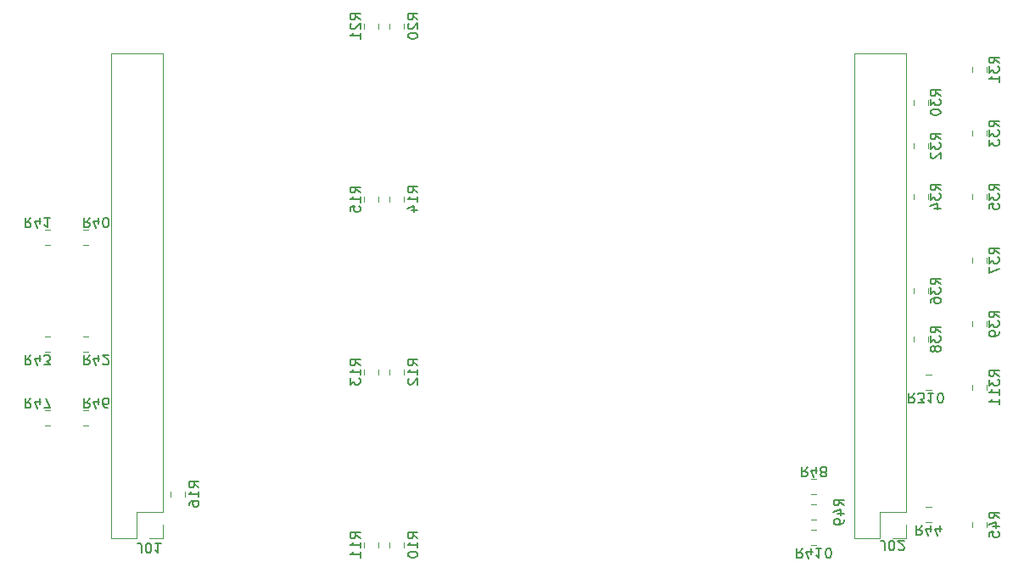
<source format=gbr>
%TF.GenerationSoftware,KiCad,Pcbnew,6.0.4-6f826c9f35~116~ubuntu21.10.1*%
%TF.CreationDate,2022-04-20T19:24:38+02:00*%
%TF.ProjectId,Interco_nucleo_4couches,496e7465-7263-46f5-9f6e-75636c656f5f,rev?*%
%TF.SameCoordinates,Original*%
%TF.FileFunction,Legend,Bot*%
%TF.FilePolarity,Positive*%
%FSLAX46Y46*%
G04 Gerber Fmt 4.6, Leading zero omitted, Abs format (unit mm)*
G04 Created by KiCad (PCBNEW 6.0.4-6f826c9f35~116~ubuntu21.10.1) date 2022-04-20 19:24:38*
%MOMM*%
%LPD*%
G01*
G04 APERTURE LIST*
%ADD10C,0.150000*%
%ADD11C,0.120000*%
G04 APERTURE END LIST*
D10*
%TO.C,R44*%
X124071142Y-113085619D02*
X123737809Y-113561809D01*
X123499714Y-113085619D02*
X123499714Y-114085619D01*
X123880666Y-114085619D01*
X123975904Y-114038000D01*
X124023523Y-113990380D01*
X124071142Y-113895142D01*
X124071142Y-113752285D01*
X124023523Y-113657047D01*
X123975904Y-113609428D01*
X123880666Y-113561809D01*
X123499714Y-113561809D01*
X124928285Y-113752285D02*
X124928285Y-113085619D01*
X124690190Y-114133238D02*
X124452095Y-113418952D01*
X125071142Y-113418952D01*
X125880666Y-113752285D02*
X125880666Y-113085619D01*
X125642571Y-114133238D02*
X125404476Y-113418952D01*
X126023523Y-113418952D01*
%TO.C,R33*%
X131770380Y-73271142D02*
X131294190Y-72937809D01*
X131770380Y-72699714D02*
X130770380Y-72699714D01*
X130770380Y-73080666D01*
X130818000Y-73175904D01*
X130865619Y-73223523D01*
X130960857Y-73271142D01*
X131103714Y-73271142D01*
X131198952Y-73223523D01*
X131246571Y-73175904D01*
X131294190Y-73080666D01*
X131294190Y-72699714D01*
X130770380Y-73604476D02*
X130770380Y-74223523D01*
X131151333Y-73890190D01*
X131151333Y-74033047D01*
X131198952Y-74128285D01*
X131246571Y-74175904D01*
X131341809Y-74223523D01*
X131579904Y-74223523D01*
X131675142Y-74175904D01*
X131722761Y-74128285D01*
X131770380Y-74033047D01*
X131770380Y-73747333D01*
X131722761Y-73652095D01*
X131675142Y-73604476D01*
X130770380Y-74556857D02*
X130770380Y-75175904D01*
X131151333Y-74842571D01*
X131151333Y-74985428D01*
X131198952Y-75080666D01*
X131246571Y-75128285D01*
X131341809Y-75175904D01*
X131579904Y-75175904D01*
X131675142Y-75128285D01*
X131722761Y-75080666D01*
X131770380Y-74985428D01*
X131770380Y-74699714D01*
X131722761Y-74604476D01*
X131675142Y-74556857D01*
%TO.C,R34*%
X125928380Y-79621142D02*
X125452190Y-79287809D01*
X125928380Y-79049714D02*
X124928380Y-79049714D01*
X124928380Y-79430666D01*
X124976000Y-79525904D01*
X125023619Y-79573523D01*
X125118857Y-79621142D01*
X125261714Y-79621142D01*
X125356952Y-79573523D01*
X125404571Y-79525904D01*
X125452190Y-79430666D01*
X125452190Y-79049714D01*
X124928380Y-79954476D02*
X124928380Y-80573523D01*
X125309333Y-80240190D01*
X125309333Y-80383047D01*
X125356952Y-80478285D01*
X125404571Y-80525904D01*
X125499809Y-80573523D01*
X125737904Y-80573523D01*
X125833142Y-80525904D01*
X125880761Y-80478285D01*
X125928380Y-80383047D01*
X125928380Y-80097333D01*
X125880761Y-80002095D01*
X125833142Y-79954476D01*
X125261714Y-81430666D02*
X125928380Y-81430666D01*
X124880761Y-81192571D02*
X125595047Y-80954476D01*
X125595047Y-81573523D01*
%TO.C,R32*%
X125928380Y-74541142D02*
X125452190Y-74207809D01*
X125928380Y-73969714D02*
X124928380Y-73969714D01*
X124928380Y-74350666D01*
X124976000Y-74445904D01*
X125023619Y-74493523D01*
X125118857Y-74541142D01*
X125261714Y-74541142D01*
X125356952Y-74493523D01*
X125404571Y-74445904D01*
X125452190Y-74350666D01*
X125452190Y-73969714D01*
X124928380Y-74874476D02*
X124928380Y-75493523D01*
X125309333Y-75160190D01*
X125309333Y-75303047D01*
X125356952Y-75398285D01*
X125404571Y-75445904D01*
X125499809Y-75493523D01*
X125737904Y-75493523D01*
X125833142Y-75445904D01*
X125880761Y-75398285D01*
X125928380Y-75303047D01*
X125928380Y-75017333D01*
X125880761Y-74922095D01*
X125833142Y-74874476D01*
X125023619Y-75874476D02*
X124976000Y-75922095D01*
X124928380Y-76017333D01*
X124928380Y-76255428D01*
X124976000Y-76350666D01*
X125023619Y-76398285D01*
X125118857Y-76445904D01*
X125214095Y-76445904D01*
X125356952Y-76398285D01*
X125928380Y-75826857D01*
X125928380Y-76445904D01*
%TO.C,J01*%
X46180476Y-115863619D02*
X46180476Y-115149333D01*
X46132857Y-115006476D01*
X46037619Y-114911238D01*
X45894761Y-114863619D01*
X45799523Y-114863619D01*
X46847142Y-115863619D02*
X46942380Y-115863619D01*
X47037619Y-115816000D01*
X47085238Y-115768380D01*
X47132857Y-115673142D01*
X47180476Y-115482666D01*
X47180476Y-115244571D01*
X47132857Y-115054095D01*
X47085238Y-114958857D01*
X47037619Y-114911238D01*
X46942380Y-114863619D01*
X46847142Y-114863619D01*
X46751904Y-114911238D01*
X46704285Y-114958857D01*
X46656666Y-115054095D01*
X46609047Y-115244571D01*
X46609047Y-115482666D01*
X46656666Y-115673142D01*
X46704285Y-115768380D01*
X46751904Y-115816000D01*
X46847142Y-115863619D01*
X48132857Y-114863619D02*
X47561428Y-114863619D01*
X47847142Y-114863619D02*
X47847142Y-115863619D01*
X47751904Y-115720761D01*
X47656666Y-115625523D01*
X47561428Y-115577904D01*
%TO.C,R48*%
X112641142Y-107243619D02*
X112307809Y-107719809D01*
X112069714Y-107243619D02*
X112069714Y-108243619D01*
X112450666Y-108243619D01*
X112545904Y-108196000D01*
X112593523Y-108148380D01*
X112641142Y-108053142D01*
X112641142Y-107910285D01*
X112593523Y-107815047D01*
X112545904Y-107767428D01*
X112450666Y-107719809D01*
X112069714Y-107719809D01*
X113498285Y-107910285D02*
X113498285Y-107243619D01*
X113260190Y-108291238D02*
X113022095Y-107576952D01*
X113641142Y-107576952D01*
X114164952Y-107815047D02*
X114069714Y-107862666D01*
X114022095Y-107910285D01*
X113974476Y-108005523D01*
X113974476Y-108053142D01*
X114022095Y-108148380D01*
X114069714Y-108196000D01*
X114164952Y-108243619D01*
X114355428Y-108243619D01*
X114450666Y-108196000D01*
X114498285Y-108148380D01*
X114545904Y-108053142D01*
X114545904Y-108005523D01*
X114498285Y-107910285D01*
X114450666Y-107862666D01*
X114355428Y-107815047D01*
X114164952Y-107815047D01*
X114069714Y-107767428D01*
X114022095Y-107719809D01*
X113974476Y-107624571D01*
X113974476Y-107434095D01*
X114022095Y-107338857D01*
X114069714Y-107291238D01*
X114164952Y-107243619D01*
X114355428Y-107243619D01*
X114450666Y-107291238D01*
X114498285Y-107338857D01*
X114545904Y-107434095D01*
X114545904Y-107624571D01*
X114498285Y-107719809D01*
X114450666Y-107767428D01*
X114355428Y-107815047D01*
%TO.C,R10*%
X73760380Y-114397642D02*
X73284190Y-114064309D01*
X73760380Y-113826214D02*
X72760380Y-113826214D01*
X72760380Y-114207166D01*
X72808000Y-114302404D01*
X72855619Y-114350023D01*
X72950857Y-114397642D01*
X73093714Y-114397642D01*
X73188952Y-114350023D01*
X73236571Y-114302404D01*
X73284190Y-114207166D01*
X73284190Y-113826214D01*
X73760380Y-115350023D02*
X73760380Y-114778595D01*
X73760380Y-115064309D02*
X72760380Y-115064309D01*
X72903238Y-114969071D01*
X72998476Y-114873833D01*
X73046095Y-114778595D01*
X72760380Y-115969071D02*
X72760380Y-116064309D01*
X72808000Y-116159547D01*
X72855619Y-116207166D01*
X72950857Y-116254785D01*
X73141333Y-116302404D01*
X73379428Y-116302404D01*
X73569904Y-116254785D01*
X73665142Y-116207166D01*
X73712761Y-116159547D01*
X73760380Y-116064309D01*
X73760380Y-115969071D01*
X73712761Y-115873833D01*
X73665142Y-115826214D01*
X73569904Y-115778595D01*
X73379428Y-115730976D01*
X73141333Y-115730976D01*
X72950857Y-115778595D01*
X72855619Y-115826214D01*
X72808000Y-115873833D01*
X72760380Y-115969071D01*
%TO.C,R46*%
X41013142Y-100385619D02*
X40679809Y-100861809D01*
X40441714Y-100385619D02*
X40441714Y-101385619D01*
X40822666Y-101385619D01*
X40917904Y-101338000D01*
X40965523Y-101290380D01*
X41013142Y-101195142D01*
X41013142Y-101052285D01*
X40965523Y-100957047D01*
X40917904Y-100909428D01*
X40822666Y-100861809D01*
X40441714Y-100861809D01*
X41870285Y-101052285D02*
X41870285Y-100385619D01*
X41632190Y-101433238D02*
X41394095Y-100718952D01*
X42013142Y-100718952D01*
X42822666Y-101385619D02*
X42632190Y-101385619D01*
X42536952Y-101338000D01*
X42489333Y-101290380D01*
X42394095Y-101147523D01*
X42346476Y-100957047D01*
X42346476Y-100576095D01*
X42394095Y-100480857D01*
X42441714Y-100433238D01*
X42536952Y-100385619D01*
X42727428Y-100385619D01*
X42822666Y-100433238D01*
X42870285Y-100480857D01*
X42917904Y-100576095D01*
X42917904Y-100814190D01*
X42870285Y-100909428D01*
X42822666Y-100957047D01*
X42727428Y-101004666D01*
X42536952Y-101004666D01*
X42441714Y-100957047D01*
X42394095Y-100909428D01*
X42346476Y-100814190D01*
%TO.C,R47*%
X35151142Y-100385619D02*
X34817809Y-100861809D01*
X34579714Y-100385619D02*
X34579714Y-101385619D01*
X34960666Y-101385619D01*
X35055904Y-101338000D01*
X35103523Y-101290380D01*
X35151142Y-101195142D01*
X35151142Y-101052285D01*
X35103523Y-100957047D01*
X35055904Y-100909428D01*
X34960666Y-100861809D01*
X34579714Y-100861809D01*
X36008285Y-101052285D02*
X36008285Y-100385619D01*
X35770190Y-101433238D02*
X35532095Y-100718952D01*
X36151142Y-100718952D01*
X36436857Y-101385619D02*
X37103523Y-101385619D01*
X36674952Y-100385619D01*
%TO.C,R310*%
X123340952Y-99877619D02*
X123007619Y-100353809D01*
X122769523Y-99877619D02*
X122769523Y-100877619D01*
X123150476Y-100877619D01*
X123245714Y-100830000D01*
X123293333Y-100782380D01*
X123340952Y-100687142D01*
X123340952Y-100544285D01*
X123293333Y-100449047D01*
X123245714Y-100401428D01*
X123150476Y-100353809D01*
X122769523Y-100353809D01*
X123674285Y-100877619D02*
X124293333Y-100877619D01*
X123960000Y-100496666D01*
X124102857Y-100496666D01*
X124198095Y-100449047D01*
X124245714Y-100401428D01*
X124293333Y-100306190D01*
X124293333Y-100068095D01*
X124245714Y-99972857D01*
X124198095Y-99925238D01*
X124102857Y-99877619D01*
X123817142Y-99877619D01*
X123721904Y-99925238D01*
X123674285Y-99972857D01*
X125245714Y-99877619D02*
X124674285Y-99877619D01*
X124960000Y-99877619D02*
X124960000Y-100877619D01*
X124864761Y-100734761D01*
X124769523Y-100639523D01*
X124674285Y-100591904D01*
X125864761Y-100877619D02*
X125960000Y-100877619D01*
X126055238Y-100830000D01*
X126102857Y-100782380D01*
X126150476Y-100687142D01*
X126198095Y-100496666D01*
X126198095Y-100258571D01*
X126150476Y-100068095D01*
X126102857Y-99972857D01*
X126055238Y-99925238D01*
X125960000Y-99877619D01*
X125864761Y-99877619D01*
X125769523Y-99925238D01*
X125721904Y-99972857D01*
X125674285Y-100068095D01*
X125626666Y-100258571D01*
X125626666Y-100496666D01*
X125674285Y-100687142D01*
X125721904Y-100782380D01*
X125769523Y-100830000D01*
X125864761Y-100877619D01*
%TO.C,R49*%
X116276380Y-111117142D02*
X115800190Y-110783809D01*
X116276380Y-110545714D02*
X115276380Y-110545714D01*
X115276380Y-110926666D01*
X115324000Y-111021904D01*
X115371619Y-111069523D01*
X115466857Y-111117142D01*
X115609714Y-111117142D01*
X115704952Y-111069523D01*
X115752571Y-111021904D01*
X115800190Y-110926666D01*
X115800190Y-110545714D01*
X115609714Y-111974285D02*
X116276380Y-111974285D01*
X115228761Y-111736190D02*
X115943047Y-111498095D01*
X115943047Y-112117142D01*
X116276380Y-112545714D02*
X116276380Y-112736190D01*
X116228761Y-112831428D01*
X116181142Y-112879047D01*
X116038285Y-112974285D01*
X115847809Y-113021904D01*
X115466857Y-113021904D01*
X115371619Y-112974285D01*
X115324000Y-112926666D01*
X115276380Y-112831428D01*
X115276380Y-112640952D01*
X115324000Y-112545714D01*
X115371619Y-112498095D01*
X115466857Y-112450476D01*
X115704952Y-112450476D01*
X115800190Y-112498095D01*
X115847809Y-112545714D01*
X115895428Y-112640952D01*
X115895428Y-112831428D01*
X115847809Y-112926666D01*
X115800190Y-112974285D01*
X115704952Y-113021904D01*
%TO.C,R21*%
X68016380Y-62581642D02*
X67540190Y-62248309D01*
X68016380Y-62010214D02*
X67016380Y-62010214D01*
X67016380Y-62391166D01*
X67064000Y-62486404D01*
X67111619Y-62534023D01*
X67206857Y-62581642D01*
X67349714Y-62581642D01*
X67444952Y-62534023D01*
X67492571Y-62486404D01*
X67540190Y-62391166D01*
X67540190Y-62010214D01*
X67111619Y-62962595D02*
X67064000Y-63010214D01*
X67016380Y-63105452D01*
X67016380Y-63343547D01*
X67064000Y-63438785D01*
X67111619Y-63486404D01*
X67206857Y-63534023D01*
X67302095Y-63534023D01*
X67444952Y-63486404D01*
X68016380Y-62914976D01*
X68016380Y-63534023D01*
X68016380Y-64486404D02*
X68016380Y-63914976D01*
X68016380Y-64200690D02*
X67016380Y-64200690D01*
X67159238Y-64105452D01*
X67254476Y-64010214D01*
X67302095Y-63914976D01*
%TO.C,R11*%
X68016380Y-114397642D02*
X67540190Y-114064309D01*
X68016380Y-113826214D02*
X67016380Y-113826214D01*
X67016380Y-114207166D01*
X67064000Y-114302404D01*
X67111619Y-114350023D01*
X67206857Y-114397642D01*
X67349714Y-114397642D01*
X67444952Y-114350023D01*
X67492571Y-114302404D01*
X67540190Y-114207166D01*
X67540190Y-113826214D01*
X68016380Y-115350023D02*
X68016380Y-114778595D01*
X68016380Y-115064309D02*
X67016380Y-115064309D01*
X67159238Y-114969071D01*
X67254476Y-114873833D01*
X67302095Y-114778595D01*
X68016380Y-116302404D02*
X68016380Y-115730976D01*
X68016380Y-116016690D02*
X67016380Y-116016690D01*
X67159238Y-115921452D01*
X67254476Y-115826214D01*
X67302095Y-115730976D01*
%TO.C,R16*%
X51916380Y-109317642D02*
X51440190Y-108984309D01*
X51916380Y-108746214D02*
X50916380Y-108746214D01*
X50916380Y-109127166D01*
X50964000Y-109222404D01*
X51011619Y-109270023D01*
X51106857Y-109317642D01*
X51249714Y-109317642D01*
X51344952Y-109270023D01*
X51392571Y-109222404D01*
X51440190Y-109127166D01*
X51440190Y-108746214D01*
X51916380Y-110270023D02*
X51916380Y-109698595D01*
X51916380Y-109984309D02*
X50916380Y-109984309D01*
X51059238Y-109889071D01*
X51154476Y-109793833D01*
X51202095Y-109698595D01*
X50916380Y-111127166D02*
X50916380Y-110936690D01*
X50964000Y-110841452D01*
X51011619Y-110793833D01*
X51154476Y-110698595D01*
X51344952Y-110650976D01*
X51725904Y-110650976D01*
X51821142Y-110698595D01*
X51868761Y-110746214D01*
X51916380Y-110841452D01*
X51916380Y-111031928D01*
X51868761Y-111127166D01*
X51821142Y-111174785D01*
X51725904Y-111222404D01*
X51487809Y-111222404D01*
X51392571Y-111174785D01*
X51344952Y-111127166D01*
X51297333Y-111031928D01*
X51297333Y-110841452D01*
X51344952Y-110746214D01*
X51392571Y-110698595D01*
X51487809Y-110650976D01*
%TO.C,R14*%
X73760380Y-79853642D02*
X73284190Y-79520309D01*
X73760380Y-79282214D02*
X72760380Y-79282214D01*
X72760380Y-79663166D01*
X72808000Y-79758404D01*
X72855619Y-79806023D01*
X72950857Y-79853642D01*
X73093714Y-79853642D01*
X73188952Y-79806023D01*
X73236571Y-79758404D01*
X73284190Y-79663166D01*
X73284190Y-79282214D01*
X73760380Y-80806023D02*
X73760380Y-80234595D01*
X73760380Y-80520309D02*
X72760380Y-80520309D01*
X72903238Y-80425071D01*
X72998476Y-80329833D01*
X73046095Y-80234595D01*
X73093714Y-81663166D02*
X73760380Y-81663166D01*
X72712761Y-81425071D02*
X73427047Y-81186976D01*
X73427047Y-81806023D01*
%TO.C,R43*%
X35151142Y-96067619D02*
X34817809Y-96543809D01*
X34579714Y-96067619D02*
X34579714Y-97067619D01*
X34960666Y-97067619D01*
X35055904Y-97020000D01*
X35103523Y-96972380D01*
X35151142Y-96877142D01*
X35151142Y-96734285D01*
X35103523Y-96639047D01*
X35055904Y-96591428D01*
X34960666Y-96543809D01*
X34579714Y-96543809D01*
X36008285Y-96734285D02*
X36008285Y-96067619D01*
X35770190Y-97115238D02*
X35532095Y-96400952D01*
X36151142Y-96400952D01*
X36436857Y-97067619D02*
X37055904Y-97067619D01*
X36722571Y-96686666D01*
X36865428Y-96686666D01*
X36960666Y-96639047D01*
X37008285Y-96591428D01*
X37055904Y-96496190D01*
X37055904Y-96258095D01*
X37008285Y-96162857D01*
X36960666Y-96115238D01*
X36865428Y-96067619D01*
X36579714Y-96067619D01*
X36484476Y-96115238D01*
X36436857Y-96162857D01*
%TO.C,R40*%
X41013142Y-82351619D02*
X40679809Y-82827809D01*
X40441714Y-82351619D02*
X40441714Y-83351619D01*
X40822666Y-83351619D01*
X40917904Y-83304000D01*
X40965523Y-83256380D01*
X41013142Y-83161142D01*
X41013142Y-83018285D01*
X40965523Y-82923047D01*
X40917904Y-82875428D01*
X40822666Y-82827809D01*
X40441714Y-82827809D01*
X41870285Y-83018285D02*
X41870285Y-82351619D01*
X41632190Y-83399238D02*
X41394095Y-82684952D01*
X42013142Y-82684952D01*
X42584571Y-83351619D02*
X42679809Y-83351619D01*
X42775047Y-83304000D01*
X42822666Y-83256380D01*
X42870285Y-83161142D01*
X42917904Y-82970666D01*
X42917904Y-82732571D01*
X42870285Y-82542095D01*
X42822666Y-82446857D01*
X42775047Y-82399238D01*
X42679809Y-82351619D01*
X42584571Y-82351619D01*
X42489333Y-82399238D01*
X42441714Y-82446857D01*
X42394095Y-82542095D01*
X42346476Y-82732571D01*
X42346476Y-82970666D01*
X42394095Y-83161142D01*
X42441714Y-83256380D01*
X42489333Y-83304000D01*
X42584571Y-83351619D01*
%TO.C,R13*%
X68016380Y-97125642D02*
X67540190Y-96792309D01*
X68016380Y-96554214D02*
X67016380Y-96554214D01*
X67016380Y-96935166D01*
X67064000Y-97030404D01*
X67111619Y-97078023D01*
X67206857Y-97125642D01*
X67349714Y-97125642D01*
X67444952Y-97078023D01*
X67492571Y-97030404D01*
X67540190Y-96935166D01*
X67540190Y-96554214D01*
X68016380Y-98078023D02*
X68016380Y-97506595D01*
X68016380Y-97792309D02*
X67016380Y-97792309D01*
X67159238Y-97697071D01*
X67254476Y-97601833D01*
X67302095Y-97506595D01*
X67016380Y-98411357D02*
X67016380Y-99030404D01*
X67397333Y-98697071D01*
X67397333Y-98839928D01*
X67444952Y-98935166D01*
X67492571Y-98982785D01*
X67587809Y-99030404D01*
X67825904Y-99030404D01*
X67921142Y-98982785D01*
X67968761Y-98935166D01*
X68016380Y-98839928D01*
X68016380Y-98554214D01*
X67968761Y-98458976D01*
X67921142Y-98411357D01*
%TO.C,R42*%
X41013142Y-96067619D02*
X40679809Y-96543809D01*
X40441714Y-96067619D02*
X40441714Y-97067619D01*
X40822666Y-97067619D01*
X40917904Y-97020000D01*
X40965523Y-96972380D01*
X41013142Y-96877142D01*
X41013142Y-96734285D01*
X40965523Y-96639047D01*
X40917904Y-96591428D01*
X40822666Y-96543809D01*
X40441714Y-96543809D01*
X41870285Y-96734285D02*
X41870285Y-96067619D01*
X41632190Y-97115238D02*
X41394095Y-96400952D01*
X42013142Y-96400952D01*
X42346476Y-96972380D02*
X42394095Y-97020000D01*
X42489333Y-97067619D01*
X42727428Y-97067619D01*
X42822666Y-97020000D01*
X42870285Y-96972380D01*
X42917904Y-96877142D01*
X42917904Y-96781904D01*
X42870285Y-96639047D01*
X42298857Y-96067619D01*
X42917904Y-96067619D01*
%TO.C,R410*%
X112164952Y-115371619D02*
X111831619Y-115847809D01*
X111593523Y-115371619D02*
X111593523Y-116371619D01*
X111974476Y-116371619D01*
X112069714Y-116324000D01*
X112117333Y-116276380D01*
X112164952Y-116181142D01*
X112164952Y-116038285D01*
X112117333Y-115943047D01*
X112069714Y-115895428D01*
X111974476Y-115847809D01*
X111593523Y-115847809D01*
X113022095Y-116038285D02*
X113022095Y-115371619D01*
X112784000Y-116419238D02*
X112545904Y-115704952D01*
X113164952Y-115704952D01*
X114069714Y-115371619D02*
X113498285Y-115371619D01*
X113784000Y-115371619D02*
X113784000Y-116371619D01*
X113688761Y-116228761D01*
X113593523Y-116133523D01*
X113498285Y-116085904D01*
X114688761Y-116371619D02*
X114784000Y-116371619D01*
X114879238Y-116324000D01*
X114926857Y-116276380D01*
X114974476Y-116181142D01*
X115022095Y-115990666D01*
X115022095Y-115752571D01*
X114974476Y-115562095D01*
X114926857Y-115466857D01*
X114879238Y-115419238D01*
X114784000Y-115371619D01*
X114688761Y-115371619D01*
X114593523Y-115419238D01*
X114545904Y-115466857D01*
X114498285Y-115562095D01*
X114450666Y-115752571D01*
X114450666Y-115990666D01*
X114498285Y-116181142D01*
X114545904Y-116276380D01*
X114593523Y-116324000D01*
X114688761Y-116371619D01*
%TO.C,R31*%
X131770380Y-66921142D02*
X131294190Y-66587809D01*
X131770380Y-66349714D02*
X130770380Y-66349714D01*
X130770380Y-66730666D01*
X130818000Y-66825904D01*
X130865619Y-66873523D01*
X130960857Y-66921142D01*
X131103714Y-66921142D01*
X131198952Y-66873523D01*
X131246571Y-66825904D01*
X131294190Y-66730666D01*
X131294190Y-66349714D01*
X130770380Y-67254476D02*
X130770380Y-67873523D01*
X131151333Y-67540190D01*
X131151333Y-67683047D01*
X131198952Y-67778285D01*
X131246571Y-67825904D01*
X131341809Y-67873523D01*
X131579904Y-67873523D01*
X131675142Y-67825904D01*
X131722761Y-67778285D01*
X131770380Y-67683047D01*
X131770380Y-67397333D01*
X131722761Y-67302095D01*
X131675142Y-67254476D01*
X131770380Y-68825904D02*
X131770380Y-68254476D01*
X131770380Y-68540190D02*
X130770380Y-68540190D01*
X130913238Y-68444952D01*
X131008476Y-68349714D01*
X131056095Y-68254476D01*
%TO.C,R36*%
X125928380Y-89019142D02*
X125452190Y-88685809D01*
X125928380Y-88447714D02*
X124928380Y-88447714D01*
X124928380Y-88828666D01*
X124976000Y-88923904D01*
X125023619Y-88971523D01*
X125118857Y-89019142D01*
X125261714Y-89019142D01*
X125356952Y-88971523D01*
X125404571Y-88923904D01*
X125452190Y-88828666D01*
X125452190Y-88447714D01*
X124928380Y-89352476D02*
X124928380Y-89971523D01*
X125309333Y-89638190D01*
X125309333Y-89781047D01*
X125356952Y-89876285D01*
X125404571Y-89923904D01*
X125499809Y-89971523D01*
X125737904Y-89971523D01*
X125833142Y-89923904D01*
X125880761Y-89876285D01*
X125928380Y-89781047D01*
X125928380Y-89495333D01*
X125880761Y-89400095D01*
X125833142Y-89352476D01*
X124928380Y-90828666D02*
X124928380Y-90638190D01*
X124976000Y-90542952D01*
X125023619Y-90495333D01*
X125166476Y-90400095D01*
X125356952Y-90352476D01*
X125737904Y-90352476D01*
X125833142Y-90400095D01*
X125880761Y-90447714D01*
X125928380Y-90542952D01*
X125928380Y-90733428D01*
X125880761Y-90828666D01*
X125833142Y-90876285D01*
X125737904Y-90923904D01*
X125499809Y-90923904D01*
X125404571Y-90876285D01*
X125356952Y-90828666D01*
X125309333Y-90733428D01*
X125309333Y-90542952D01*
X125356952Y-90447714D01*
X125404571Y-90400095D01*
X125499809Y-90352476D01*
%TO.C,R35*%
X131770380Y-79621142D02*
X131294190Y-79287809D01*
X131770380Y-79049714D02*
X130770380Y-79049714D01*
X130770380Y-79430666D01*
X130818000Y-79525904D01*
X130865619Y-79573523D01*
X130960857Y-79621142D01*
X131103714Y-79621142D01*
X131198952Y-79573523D01*
X131246571Y-79525904D01*
X131294190Y-79430666D01*
X131294190Y-79049714D01*
X130770380Y-79954476D02*
X130770380Y-80573523D01*
X131151333Y-80240190D01*
X131151333Y-80383047D01*
X131198952Y-80478285D01*
X131246571Y-80525904D01*
X131341809Y-80573523D01*
X131579904Y-80573523D01*
X131675142Y-80525904D01*
X131722761Y-80478285D01*
X131770380Y-80383047D01*
X131770380Y-80097333D01*
X131722761Y-80002095D01*
X131675142Y-79954476D01*
X130770380Y-81478285D02*
X130770380Y-81002095D01*
X131246571Y-80954476D01*
X131198952Y-81002095D01*
X131151333Y-81097333D01*
X131151333Y-81335428D01*
X131198952Y-81430666D01*
X131246571Y-81478285D01*
X131341809Y-81525904D01*
X131579904Y-81525904D01*
X131675142Y-81478285D01*
X131722761Y-81430666D01*
X131770380Y-81335428D01*
X131770380Y-81097333D01*
X131722761Y-81002095D01*
X131675142Y-80954476D01*
%TO.C,R15*%
X68016380Y-79875142D02*
X67540190Y-79541809D01*
X68016380Y-79303714D02*
X67016380Y-79303714D01*
X67016380Y-79684666D01*
X67064000Y-79779904D01*
X67111619Y-79827523D01*
X67206857Y-79875142D01*
X67349714Y-79875142D01*
X67444952Y-79827523D01*
X67492571Y-79779904D01*
X67540190Y-79684666D01*
X67540190Y-79303714D01*
X68016380Y-80827523D02*
X68016380Y-80256095D01*
X68016380Y-80541809D02*
X67016380Y-80541809D01*
X67159238Y-80446571D01*
X67254476Y-80351333D01*
X67302095Y-80256095D01*
X67016380Y-81732285D02*
X67016380Y-81256095D01*
X67492571Y-81208476D01*
X67444952Y-81256095D01*
X67397333Y-81351333D01*
X67397333Y-81589428D01*
X67444952Y-81684666D01*
X67492571Y-81732285D01*
X67587809Y-81779904D01*
X67825904Y-81779904D01*
X67921142Y-81732285D01*
X67968761Y-81684666D01*
X68016380Y-81589428D01*
X68016380Y-81351333D01*
X67968761Y-81256095D01*
X67921142Y-81208476D01*
%TO.C,R20*%
X73760380Y-62581642D02*
X73284190Y-62248309D01*
X73760380Y-62010214D02*
X72760380Y-62010214D01*
X72760380Y-62391166D01*
X72808000Y-62486404D01*
X72855619Y-62534023D01*
X72950857Y-62581642D01*
X73093714Y-62581642D01*
X73188952Y-62534023D01*
X73236571Y-62486404D01*
X73284190Y-62391166D01*
X73284190Y-62010214D01*
X72855619Y-62962595D02*
X72808000Y-63010214D01*
X72760380Y-63105452D01*
X72760380Y-63343547D01*
X72808000Y-63438785D01*
X72855619Y-63486404D01*
X72950857Y-63534023D01*
X73046095Y-63534023D01*
X73188952Y-63486404D01*
X73760380Y-62914976D01*
X73760380Y-63534023D01*
X72760380Y-64153071D02*
X72760380Y-64248309D01*
X72808000Y-64343547D01*
X72855619Y-64391166D01*
X72950857Y-64438785D01*
X73141333Y-64486404D01*
X73379428Y-64486404D01*
X73569904Y-64438785D01*
X73665142Y-64391166D01*
X73712761Y-64343547D01*
X73760380Y-64248309D01*
X73760380Y-64153071D01*
X73712761Y-64057833D01*
X73665142Y-64010214D01*
X73569904Y-63962595D01*
X73379428Y-63914976D01*
X73141333Y-63914976D01*
X72950857Y-63962595D01*
X72855619Y-64010214D01*
X72808000Y-64057833D01*
X72760380Y-64153071D01*
%TO.C,J02*%
X120348476Y-115609619D02*
X120348476Y-114895333D01*
X120300857Y-114752476D01*
X120205619Y-114657238D01*
X120062761Y-114609619D01*
X119967523Y-114609619D01*
X121015142Y-115609619D02*
X121110380Y-115609619D01*
X121205619Y-115562000D01*
X121253238Y-115514380D01*
X121300857Y-115419142D01*
X121348476Y-115228666D01*
X121348476Y-114990571D01*
X121300857Y-114800095D01*
X121253238Y-114704857D01*
X121205619Y-114657238D01*
X121110380Y-114609619D01*
X121015142Y-114609619D01*
X120919904Y-114657238D01*
X120872285Y-114704857D01*
X120824666Y-114800095D01*
X120777047Y-114990571D01*
X120777047Y-115228666D01*
X120824666Y-115419142D01*
X120872285Y-115514380D01*
X120919904Y-115562000D01*
X121015142Y-115609619D01*
X121729428Y-115514380D02*
X121777047Y-115562000D01*
X121872285Y-115609619D01*
X122110380Y-115609619D01*
X122205619Y-115562000D01*
X122253238Y-115514380D01*
X122300857Y-115419142D01*
X122300857Y-115323904D01*
X122253238Y-115181047D01*
X121681809Y-114609619D01*
X122300857Y-114609619D01*
%TO.C,R30*%
X125928380Y-70201642D02*
X125452190Y-69868309D01*
X125928380Y-69630214D02*
X124928380Y-69630214D01*
X124928380Y-70011166D01*
X124976000Y-70106404D01*
X125023619Y-70154023D01*
X125118857Y-70201642D01*
X125261714Y-70201642D01*
X125356952Y-70154023D01*
X125404571Y-70106404D01*
X125452190Y-70011166D01*
X125452190Y-69630214D01*
X124928380Y-70534976D02*
X124928380Y-71154023D01*
X125309333Y-70820690D01*
X125309333Y-70963547D01*
X125356952Y-71058785D01*
X125404571Y-71106404D01*
X125499809Y-71154023D01*
X125737904Y-71154023D01*
X125833142Y-71106404D01*
X125880761Y-71058785D01*
X125928380Y-70963547D01*
X125928380Y-70677833D01*
X125880761Y-70582595D01*
X125833142Y-70534976D01*
X124928380Y-71773071D02*
X124928380Y-71868309D01*
X124976000Y-71963547D01*
X125023619Y-72011166D01*
X125118857Y-72058785D01*
X125309333Y-72106404D01*
X125547428Y-72106404D01*
X125737904Y-72058785D01*
X125833142Y-72011166D01*
X125880761Y-71963547D01*
X125928380Y-71868309D01*
X125928380Y-71773071D01*
X125880761Y-71677833D01*
X125833142Y-71630214D01*
X125737904Y-71582595D01*
X125547428Y-71534976D01*
X125309333Y-71534976D01*
X125118857Y-71582595D01*
X125023619Y-71630214D01*
X124976000Y-71677833D01*
X124928380Y-71773071D01*
%TO.C,R37*%
X131770380Y-85971142D02*
X131294190Y-85637809D01*
X131770380Y-85399714D02*
X130770380Y-85399714D01*
X130770380Y-85780666D01*
X130818000Y-85875904D01*
X130865619Y-85923523D01*
X130960857Y-85971142D01*
X131103714Y-85971142D01*
X131198952Y-85923523D01*
X131246571Y-85875904D01*
X131294190Y-85780666D01*
X131294190Y-85399714D01*
X130770380Y-86304476D02*
X130770380Y-86923523D01*
X131151333Y-86590190D01*
X131151333Y-86733047D01*
X131198952Y-86828285D01*
X131246571Y-86875904D01*
X131341809Y-86923523D01*
X131579904Y-86923523D01*
X131675142Y-86875904D01*
X131722761Y-86828285D01*
X131770380Y-86733047D01*
X131770380Y-86447333D01*
X131722761Y-86352095D01*
X131675142Y-86304476D01*
X130770380Y-87256857D02*
X130770380Y-87923523D01*
X131770380Y-87494952D01*
%TO.C,R41*%
X35151142Y-82351619D02*
X34817809Y-82827809D01*
X34579714Y-82351619D02*
X34579714Y-83351619D01*
X34960666Y-83351619D01*
X35055904Y-83304000D01*
X35103523Y-83256380D01*
X35151142Y-83161142D01*
X35151142Y-83018285D01*
X35103523Y-82923047D01*
X35055904Y-82875428D01*
X34960666Y-82827809D01*
X34579714Y-82827809D01*
X36008285Y-83018285D02*
X36008285Y-82351619D01*
X35770190Y-83399238D02*
X35532095Y-82684952D01*
X36151142Y-82684952D01*
X37055904Y-82351619D02*
X36484476Y-82351619D01*
X36770190Y-82351619D02*
X36770190Y-83351619D01*
X36674952Y-83208761D01*
X36579714Y-83113523D01*
X36484476Y-83065904D01*
%TO.C,R39*%
X131770380Y-92321142D02*
X131294190Y-91987809D01*
X131770380Y-91749714D02*
X130770380Y-91749714D01*
X130770380Y-92130666D01*
X130818000Y-92225904D01*
X130865619Y-92273523D01*
X130960857Y-92321142D01*
X131103714Y-92321142D01*
X131198952Y-92273523D01*
X131246571Y-92225904D01*
X131294190Y-92130666D01*
X131294190Y-91749714D01*
X130770380Y-92654476D02*
X130770380Y-93273523D01*
X131151333Y-92940190D01*
X131151333Y-93083047D01*
X131198952Y-93178285D01*
X131246571Y-93225904D01*
X131341809Y-93273523D01*
X131579904Y-93273523D01*
X131675142Y-93225904D01*
X131722761Y-93178285D01*
X131770380Y-93083047D01*
X131770380Y-92797333D01*
X131722761Y-92702095D01*
X131675142Y-92654476D01*
X131770380Y-93749714D02*
X131770380Y-93940190D01*
X131722761Y-94035428D01*
X131675142Y-94083047D01*
X131532285Y-94178285D01*
X131341809Y-94225904D01*
X130960857Y-94225904D01*
X130865619Y-94178285D01*
X130818000Y-94130666D01*
X130770380Y-94035428D01*
X130770380Y-93844952D01*
X130818000Y-93749714D01*
X130865619Y-93702095D01*
X130960857Y-93654476D01*
X131198952Y-93654476D01*
X131294190Y-93702095D01*
X131341809Y-93749714D01*
X131389428Y-93844952D01*
X131389428Y-94035428D01*
X131341809Y-94130666D01*
X131294190Y-94178285D01*
X131198952Y-94225904D01*
%TO.C,R12*%
X73760380Y-97125642D02*
X73284190Y-96792309D01*
X73760380Y-96554214D02*
X72760380Y-96554214D01*
X72760380Y-96935166D01*
X72808000Y-97030404D01*
X72855619Y-97078023D01*
X72950857Y-97125642D01*
X73093714Y-97125642D01*
X73188952Y-97078023D01*
X73236571Y-97030404D01*
X73284190Y-96935166D01*
X73284190Y-96554214D01*
X73760380Y-98078023D02*
X73760380Y-97506595D01*
X73760380Y-97792309D02*
X72760380Y-97792309D01*
X72903238Y-97697071D01*
X72998476Y-97601833D01*
X73046095Y-97506595D01*
X72855619Y-98458976D02*
X72808000Y-98506595D01*
X72760380Y-98601833D01*
X72760380Y-98839928D01*
X72808000Y-98935166D01*
X72855619Y-98982785D01*
X72950857Y-99030404D01*
X73046095Y-99030404D01*
X73188952Y-98982785D01*
X73760380Y-98411357D01*
X73760380Y-99030404D01*
%TO.C,R45*%
X131770380Y-112387142D02*
X131294190Y-112053809D01*
X131770380Y-111815714D02*
X130770380Y-111815714D01*
X130770380Y-112196666D01*
X130818000Y-112291904D01*
X130865619Y-112339523D01*
X130960857Y-112387142D01*
X131103714Y-112387142D01*
X131198952Y-112339523D01*
X131246571Y-112291904D01*
X131294190Y-112196666D01*
X131294190Y-111815714D01*
X131103714Y-113244285D02*
X131770380Y-113244285D01*
X130722761Y-113006190D02*
X131437047Y-112768095D01*
X131437047Y-113387142D01*
X130770380Y-114244285D02*
X130770380Y-113768095D01*
X131246571Y-113720476D01*
X131198952Y-113768095D01*
X131151333Y-113863333D01*
X131151333Y-114101428D01*
X131198952Y-114196666D01*
X131246571Y-114244285D01*
X131341809Y-114291904D01*
X131579904Y-114291904D01*
X131675142Y-114244285D01*
X131722761Y-114196666D01*
X131770380Y-114101428D01*
X131770380Y-113863333D01*
X131722761Y-113768095D01*
X131675142Y-113720476D01*
%TO.C,R311*%
X131770380Y-98194952D02*
X131294190Y-97861619D01*
X131770380Y-97623523D02*
X130770380Y-97623523D01*
X130770380Y-98004476D01*
X130818000Y-98099714D01*
X130865619Y-98147333D01*
X130960857Y-98194952D01*
X131103714Y-98194952D01*
X131198952Y-98147333D01*
X131246571Y-98099714D01*
X131294190Y-98004476D01*
X131294190Y-97623523D01*
X130770380Y-98528285D02*
X130770380Y-99147333D01*
X131151333Y-98814000D01*
X131151333Y-98956857D01*
X131198952Y-99052095D01*
X131246571Y-99099714D01*
X131341809Y-99147333D01*
X131579904Y-99147333D01*
X131675142Y-99099714D01*
X131722761Y-99052095D01*
X131770380Y-98956857D01*
X131770380Y-98671142D01*
X131722761Y-98575904D01*
X131675142Y-98528285D01*
X131770380Y-100099714D02*
X131770380Y-99528285D01*
X131770380Y-99814000D02*
X130770380Y-99814000D01*
X130913238Y-99718761D01*
X131008476Y-99623523D01*
X131056095Y-99528285D01*
X131770380Y-101052095D02*
X131770380Y-100480666D01*
X131770380Y-100766380D02*
X130770380Y-100766380D01*
X130913238Y-100671142D01*
X131008476Y-100575904D01*
X131056095Y-100480666D01*
%TO.C,R38*%
X125928380Y-93845142D02*
X125452190Y-93511809D01*
X125928380Y-93273714D02*
X124928380Y-93273714D01*
X124928380Y-93654666D01*
X124976000Y-93749904D01*
X125023619Y-93797523D01*
X125118857Y-93845142D01*
X125261714Y-93845142D01*
X125356952Y-93797523D01*
X125404571Y-93749904D01*
X125452190Y-93654666D01*
X125452190Y-93273714D01*
X124928380Y-94178476D02*
X124928380Y-94797523D01*
X125309333Y-94464190D01*
X125309333Y-94607047D01*
X125356952Y-94702285D01*
X125404571Y-94749904D01*
X125499809Y-94797523D01*
X125737904Y-94797523D01*
X125833142Y-94749904D01*
X125880761Y-94702285D01*
X125928380Y-94607047D01*
X125928380Y-94321333D01*
X125880761Y-94226095D01*
X125833142Y-94178476D01*
X125356952Y-95368952D02*
X125309333Y-95273714D01*
X125261714Y-95226095D01*
X125166476Y-95178476D01*
X125118857Y-95178476D01*
X125023619Y-95226095D01*
X124976000Y-95273714D01*
X124928380Y-95368952D01*
X124928380Y-95559428D01*
X124976000Y-95654666D01*
X125023619Y-95702285D01*
X125118857Y-95749904D01*
X125166476Y-95749904D01*
X125261714Y-95702285D01*
X125309333Y-95654666D01*
X125356952Y-95559428D01*
X125356952Y-95368952D01*
X125404571Y-95273714D01*
X125452190Y-95226095D01*
X125547428Y-95178476D01*
X125737904Y-95178476D01*
X125833142Y-95226095D01*
X125880761Y-95273714D01*
X125928380Y-95368952D01*
X125928380Y-95559428D01*
X125880761Y-95654666D01*
X125833142Y-95702285D01*
X125737904Y-95749904D01*
X125547428Y-95749904D01*
X125452190Y-95702285D01*
X125404571Y-95654666D01*
X125356952Y-95559428D01*
D11*
%TO.C,R44*%
X124474248Y-111279000D02*
X124996752Y-111279000D01*
X124474248Y-112749000D02*
X124996752Y-112749000D01*
%TO.C,R33*%
X130529000Y-74196752D02*
X130529000Y-73674248D01*
X129059000Y-74196752D02*
X129059000Y-73674248D01*
%TO.C,R34*%
X123217000Y-80503752D02*
X123217000Y-79981248D01*
X124687000Y-80503752D02*
X124687000Y-79981248D01*
%TO.C,R32*%
X124687000Y-75423752D02*
X124687000Y-74901248D01*
X123217000Y-75423752D02*
X123217000Y-74901248D01*
%TO.C,J01*%
X45720000Y-111760000D02*
X48320000Y-111760000D01*
X48320000Y-111760000D02*
X48320000Y-65980000D01*
X48320000Y-114360000D02*
X48320000Y-113030000D01*
X43120000Y-114360000D02*
X45720000Y-114360000D01*
X46990000Y-114360000D02*
X48320000Y-114360000D01*
X43120000Y-65980000D02*
X48320000Y-65980000D01*
X45720000Y-114360000D02*
X45720000Y-111760000D01*
X43120000Y-114360000D02*
X43120000Y-65980000D01*
%TO.C,R48*%
X113523752Y-108485000D02*
X113001248Y-108485000D01*
X113523752Y-109955000D02*
X113001248Y-109955000D01*
%TO.C,R10*%
X70893000Y-115301752D02*
X70893000Y-114779248D01*
X72363000Y-115301752D02*
X72363000Y-114779248D01*
%TO.C,R46*%
X40879752Y-101627000D02*
X40357248Y-101627000D01*
X40879752Y-103097000D02*
X40357248Y-103097000D01*
%TO.C,R47*%
X36547248Y-101627000D02*
X37069752Y-101627000D01*
X36547248Y-103097000D02*
X37069752Y-103097000D01*
%TO.C,R310*%
X124474248Y-98071000D02*
X124996752Y-98071000D01*
X124474248Y-99541000D02*
X124996752Y-99541000D01*
%TO.C,R49*%
X113523752Y-112495000D02*
X113001248Y-112495000D01*
X113523752Y-111025000D02*
X113001248Y-111025000D01*
%TO.C,R21*%
X69823000Y-63485752D02*
X69823000Y-62963248D01*
X68353000Y-63485752D02*
X68353000Y-62963248D01*
%TO.C,R11*%
X69823000Y-115301752D02*
X69823000Y-114779248D01*
X68353000Y-115301752D02*
X68353000Y-114779248D01*
%TO.C,R16*%
X49049000Y-110221752D02*
X49049000Y-109699248D01*
X50519000Y-110221752D02*
X50519000Y-109699248D01*
%TO.C,R14*%
X72363000Y-80757752D02*
X72363000Y-80235248D01*
X70893000Y-80757752D02*
X70893000Y-80235248D01*
%TO.C,R43*%
X36547248Y-94261000D02*
X37069752Y-94261000D01*
X36547248Y-95731000D02*
X37069752Y-95731000D01*
%TO.C,R40*%
X40879752Y-83593000D02*
X40357248Y-83593000D01*
X40879752Y-85063000D02*
X40357248Y-85063000D01*
%TO.C,R13*%
X68353000Y-98029752D02*
X68353000Y-97507248D01*
X69823000Y-98029752D02*
X69823000Y-97507248D01*
%TO.C,R42*%
X40879752Y-95731000D02*
X40357248Y-95731000D01*
X40879752Y-94261000D02*
X40357248Y-94261000D01*
%TO.C,R410*%
X113523752Y-113565000D02*
X113001248Y-113565000D01*
X113523752Y-115035000D02*
X113001248Y-115035000D01*
%TO.C,R31*%
X129059000Y-67846752D02*
X129059000Y-67324248D01*
X130529000Y-67846752D02*
X130529000Y-67324248D01*
%TO.C,R36*%
X124687000Y-89901752D02*
X124687000Y-89379248D01*
X123217000Y-89901752D02*
X123217000Y-89379248D01*
%TO.C,R35*%
X129059000Y-80546752D02*
X129059000Y-80024248D01*
X130529000Y-80546752D02*
X130529000Y-80024248D01*
%TO.C,R15*%
X68353000Y-80757752D02*
X68353000Y-80235248D01*
X69823000Y-80757752D02*
X69823000Y-80235248D01*
%TO.C,R20*%
X72363000Y-63485752D02*
X72363000Y-62963248D01*
X70893000Y-63485752D02*
X70893000Y-62963248D01*
%TO.C,J02*%
X119888000Y-114360000D02*
X119888000Y-111760000D01*
X119888000Y-111760000D02*
X122488000Y-111760000D01*
X122488000Y-111760000D02*
X122488000Y-65980000D01*
X117288000Y-65980000D02*
X122488000Y-65980000D01*
X117288000Y-114360000D02*
X117288000Y-65980000D01*
X121158000Y-114360000D02*
X122488000Y-114360000D01*
X122488000Y-114360000D02*
X122488000Y-113030000D01*
X117288000Y-114360000D02*
X119888000Y-114360000D01*
%TO.C,R30*%
X124687000Y-71105752D02*
X124687000Y-70583248D01*
X123217000Y-71105752D02*
X123217000Y-70583248D01*
%TO.C,R37*%
X130529000Y-86896752D02*
X130529000Y-86374248D01*
X129059000Y-86896752D02*
X129059000Y-86374248D01*
%TO.C,R41*%
X36547248Y-83593000D02*
X37069752Y-83593000D01*
X36547248Y-85063000D02*
X37069752Y-85063000D01*
%TO.C,R39*%
X129059000Y-93246752D02*
X129059000Y-92724248D01*
X130529000Y-93246752D02*
X130529000Y-92724248D01*
%TO.C,R12*%
X70893000Y-98029752D02*
X70893000Y-97507248D01*
X72363000Y-98029752D02*
X72363000Y-97507248D01*
%TO.C,R45*%
X130529000Y-113312752D02*
X130529000Y-112790248D01*
X129059000Y-113312752D02*
X129059000Y-112790248D01*
%TO.C,R311*%
X129059000Y-99596752D02*
X129059000Y-99074248D01*
X130529000Y-99596752D02*
X130529000Y-99074248D01*
%TO.C,R38*%
X123217000Y-94727752D02*
X123217000Y-94205248D01*
X124687000Y-94727752D02*
X124687000Y-94205248D01*
%TD*%
M02*

</source>
